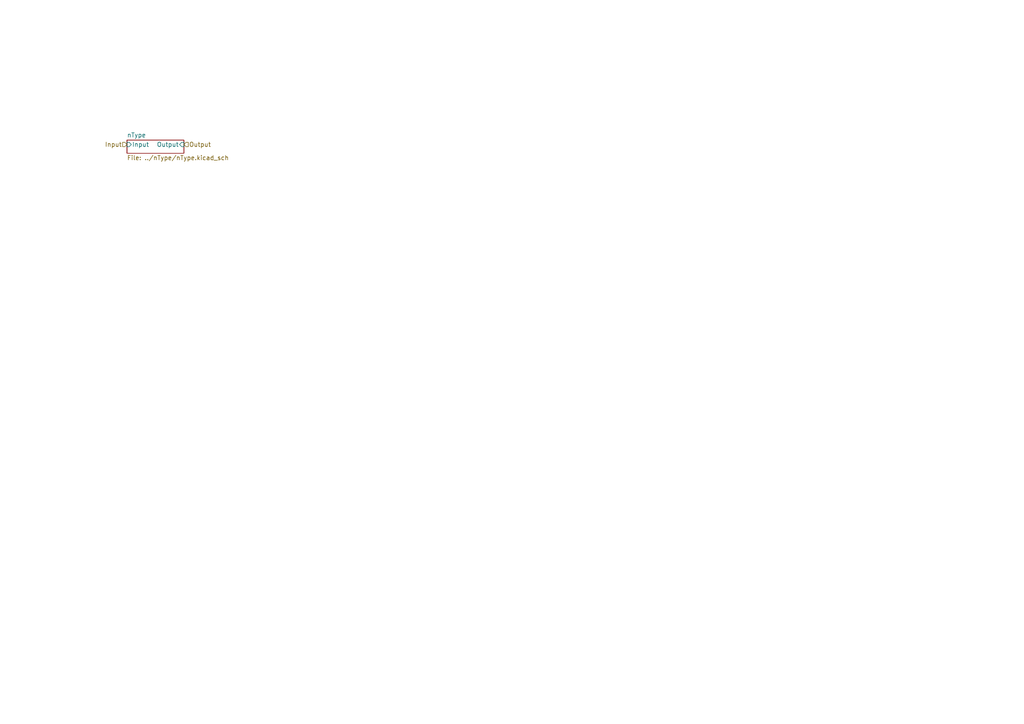
<source format=kicad_sch>
(kicad_sch
	(version 20231120)
	(generator "eeschema")
	(generator_version "8.0")
	(uuid "e0597968-f11c-42e6-8091-8a167b37e076")
	(paper "A4")
	(lib_symbols)
	(hierarchical_label "Input"
		(shape input)
		(at 36.83 41.91 180)
		(fields_autoplaced yes)
		(effects
			(font
				(size 1.27 1.27)
			)
			(justify right)
		)
		(uuid "41d7212c-52ef-4902-8688-35e1028999e8")
	)
	(hierarchical_label "Output"
		(shape input)
		(at 53.34 41.91 0)
		(fields_autoplaced yes)
		(effects
			(font
				(size 1.27 1.27)
			)
			(justify left)
		)
		(uuid "54f38109-0ab1-4424-a721-39f54e1561d6")
	)
	(sheet
		(at 36.83 40.64)
		(size 16.51 3.81)
		(fields_autoplaced yes)
		(stroke
			(width 0.1524)
			(type solid)
		)
		(fill
			(color 0 0 0 0.0000)
		)
		(uuid "43309e94-da5c-42ac-b628-860cda9a2a94")
		(property "Sheetname" "nType"
			(at 36.83 39.9284 0)
			(effects
				(font
					(size 1.27 1.27)
				)
				(justify left bottom)
			)
		)
		(property "Sheetfile" "../nType/nType.kicad_sch"
			(at 36.83 45.0346 0)
			(effects
				(font
					(size 1.27 1.27)
				)
				(justify left top)
			)
		)
		(pin "Output" input
			(at 53.34 41.91 0)
			(effects
				(font
					(size 1.27 1.27)
				)
				(justify right)
			)
			(uuid "1a2283b2-edb9-4c99-9ec6-680ede138376")
		)
		(pin "Input" input
			(at 36.83 41.91 180)
			(effects
				(font
					(size 1.27 1.27)
				)
				(justify left)
			)
			(uuid "6582284e-922d-4939-a49e-7cc51d604e15")
		)
		(instances
			(project "Variants"
				(path "/e0597968-f11c-42e6-8091-8a167b37e076"
					(page "2")
				)
				(path "/e0597968-f11c-42e6-8091-8a167b37e076/86bc2818-09a8-4e11-a616-4bcb784038b9"
					(page "4")
				)
			)
		)
	)
)

</source>
